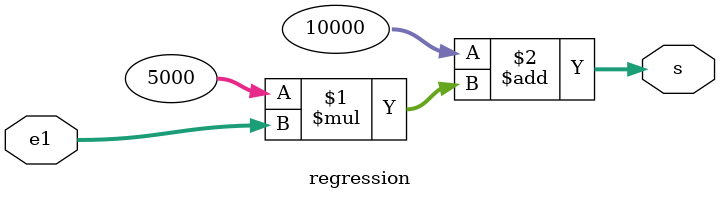
<source format=v>
module regression(e1,s);

  input [15:0] e1;

  output [32:0] s;

  assign s = 10000 + 5000 * e1;

endmodule

</source>
